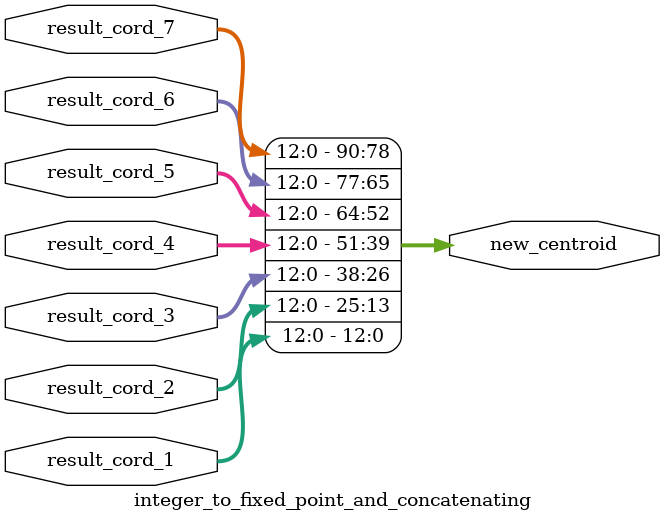
<source format=sv>
/*------------------------------------------------------------------------------
 * File          : integer_to_fixed_point_and_concatenating.sv
 * Project       : MLProject
 * Author        : epedlh
 * Creation date : Nov 6, 2019
 * Description   :
 *------------------------------------------------------------------------------*/

module integer_to_fixed_point_and_concatenating
#(
		tc_mode          = 0,
		rem_mode         =1,
		accum_width      = 7*22,
		addrWidth        = 8,
		dataWidth        = 91,
		centroid_num     =8,
		accum_cord_width = 22,
		cordinate_width  = 13,
		count_width      = 10
	)
	(
		input [accum_cord_width-1:0] result_cord_1,
		input [accum_cord_width-1:0] result_cord_2,
		input [accum_cord_width-1:0] result_cord_3,
		input [accum_cord_width-1:0] result_cord_4,
		input [accum_cord_width-1:0] result_cord_5,
		input [accum_cord_width-1:0] result_cord_6,
		input [accum_cord_width-1:0] result_cord_7,
		output [dataWidth-1:0] new_centroid
	);
	// need to adress MSB problem
	assign new_centroid[1*cordinate_width-1:0*cordinate_width] = result_cord_1[1*cordinate_width-1:0*cordinate_width];
	assign new_centroid[2*cordinate_width-1:1*cordinate_width] = result_cord_2[1*cordinate_width-1:0*cordinate_width];
	assign new_centroid[3*cordinate_width-1:2*cordinate_width] = result_cord_3[1*cordinate_width-1:0*cordinate_width];
	assign new_centroid[4*cordinate_width-1:3*cordinate_width] = result_cord_4[1*cordinate_width-1:0*cordinate_width];
	assign new_centroid[5*cordinate_width-1:4*cordinate_width] = result_cord_5[1*cordinate_width-1:0*cordinate_width];
	assign new_centroid[6*cordinate_width-1:5*cordinate_width] = result_cord_6[1*cordinate_width-1:0*cordinate_width];
	assign new_centroid[7*cordinate_width-1:6*cordinate_width] = result_cord_7[1*cordinate_width-1:0*cordinate_width];

endmodule : integer_to_fixed_point_and_concatenating
</source>
